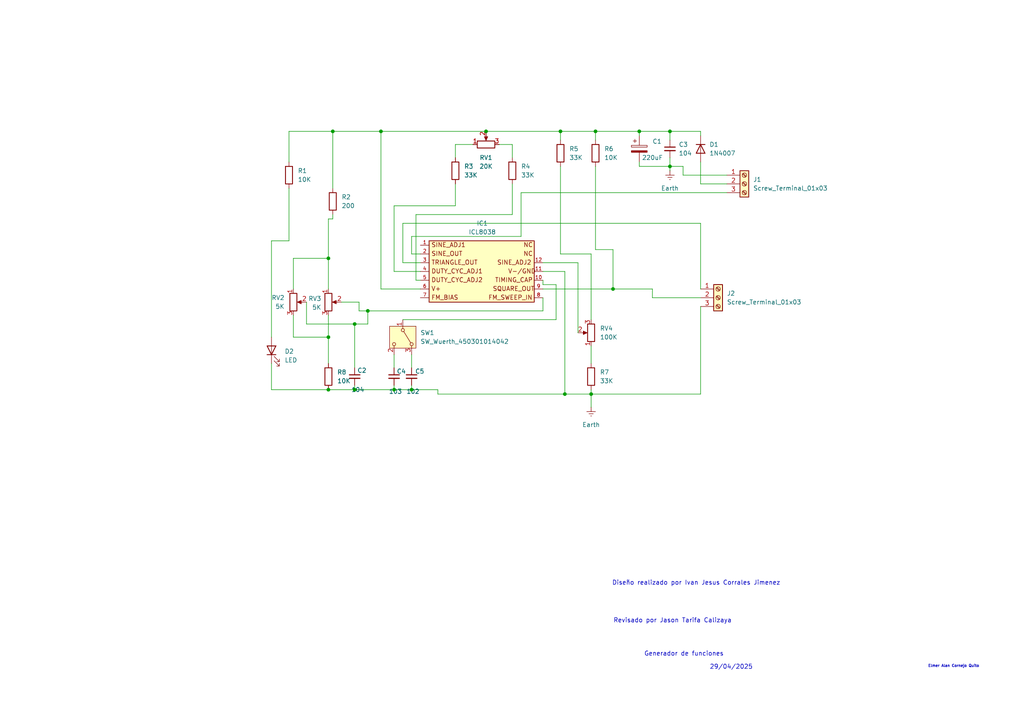
<source format=kicad_sch>
(kicad_sch (version 20250114) (generator "eeschema") (generator_version "9.0")
  (paper "A4")
  (lib_symbols
    (symbol "Connector:Screw_Terminal_01x03" (pin_names (offset 1.016) (hide yes))
      (property "Reference" "J" (at 0 5.08 0))
      (property "Value" "Screw_Terminal_01x03" (at 0 -5.08 0))
      (symbol "Screw_Terminal_01x03_1_1"
        (rectangle (start -1.27 3.81) (end 1.27 -3.81) (stroke (width 0.254)) (fill (type background)))
        (polyline (pts (xy -0.5334 2.8702) (xy 0.3302 2.032)) (stroke (width 0.1524)))
        (polyline (pts (xy -0.5334 0.3302) (xy 0.3302 -0.508)) (stroke (width 0.1524)))
        (polyline (pts (xy -0.5334 -2.2098) (xy 0.3302 -3.048)) (stroke (width 0.1524)))
        (polyline (pts (xy -0.3556 3.048) (xy 0.508 2.2098)) (stroke (width 0.1524)))
        (polyline (pts (xy -0.3556 0.508) (xy 0.508 -0.3302)) (stroke (width 0.1524)))
        (polyline (pts (xy -0.3556 -2.032) (xy 0.508 -2.8702)) (stroke (width 0.1524)))
        (circle (center 0 2.54) (radius 0.635) (stroke (width 0.1524)))
        (circle (center 0 0) (radius 0.635) (stroke (width 0.1524)))
        (circle (center 0 -2.54) (radius 0.635) (stroke (width 0.1524)))
        (pin passive line (at -5.08 2.54 0) (length 3.81) (name "Pin_1") (number "1"))
        (pin passive line (at -5.08 0 0) (length 3.81) (name "Pin_2") (number "2"))
        (pin passive line (at -5.08 -2.54 0) (length 3.81) (name "Pin_3") (number "3"))
      )
    )
    (symbol "Device:C_Polarized" (pin_numbers (hide yes)) (pin_names (offset 0.254))
      (property "Reference" "C" (at 0.635 2.54 0))
      (property "Value" "C_Polarized" (at 0.635 -2.54 0))
      (symbol "C_Polarized_0_1"
        (rectangle (start -2.286 0.508) (end 2.286 1.016))
        (polyline (pts (xy -1.778 2.286) (xy -0.762 2.286)))
        (polyline (pts (xy -1.27 2.794) (xy -1.27 1.778)))
        (rectangle (start 2.286 -0.508) (end -2.286 -1.016) (fill (type outline)))
      )
      (symbol "C_Polarized_1_1"
        (pin passive line (at 0 3.81 270) (length 2.794) (name "~") (number "1"))
        (pin passive line (at 0 -3.81 90) (length 2.794) (name "~") (number "2"))
      )
    )
    (symbol "Device:C_Small" (pin_numbers (hide yes)) (pin_names (offset 0.254) (hide yes))
      (property "Reference" "C" (at 0.254 1.778 0))
      (property "Value" "C_Small" (at 0.254 -2.032 0))
      (symbol "C_Small_0_1"
        (polyline (pts (xy -1.524 0.508) (xy 1.524 0.508)) (stroke (width 0.3048)))
        (polyline (pts (xy -1.524 -0.508) (xy 1.524 -0.508)) (stroke (width 0.3302)))
      )
      (symbol "C_Small_1_1"
        (pin passive line (at 0 2.54 270) (length 2.032) (name "~") (number "1"))
        (pin passive line (at 0 -2.54 90) (length 2.032) (name "~") (number "2"))
      )
    )
    (symbol "Device:LED" (pin_numbers (hide yes)) (pin_names (offset 1.016) (hide yes))
      (property "Reference" "D" (at 0 2.54 0))
      (property "Value" "LED" (at 0 -2.54 0))
      (symbol "LED_0_1"
        (polyline (pts (xy -3.048 -0.762) (xy -4.572 -2.286) (xy -3.81 -2.286) (xy -4.572 -2.286) (xy -4.572 -1.524)))
        (polyline (pts (xy -1.778 -0.762) (xy -3.302 -2.286) (xy -2.54 -2.286) (xy -3.302 -2.286) (xy -3.302 -1.524)))
        (polyline (pts (xy -1.27 0) (xy 1.27 0)))
        (polyline (pts (xy -1.27 -1.27) (xy -1.27 1.27)) (stroke (width 0.254)))
        (polyline (pts (xy 1.27 -1.27) (xy 1.27 1.27) (xy -1.27 0) (xy 1.27 -1.27)) (stroke (width 0.254)))
      )
      (symbol "LED_1_1"
        (pin passive line (at -3.81 0 0) (length 2.54) (name "K") (number "1"))
        (pin passive line (at 3.81 0 180) (length 2.54) (name "A") (number "2"))
      )
    )
    (symbol "Device:R" (pin_numbers (hide yes)) (pin_names (offset 0))
      (property "Reference" "R" (at 2.032 0 90))
      (property "Value" "R" (at 0 0 90))
      (symbol "R_0_1"
        (rectangle (start -1.016 -2.54) (end 1.016 2.54) (stroke (width 0.254)))
      )
      (symbol "R_1_1"
        (pin passive line (at 0 3.81 270) (length 1.27) (name "~") (number "1"))
        (pin passive line (at 0 -3.81 90) (length 1.27) (name "~") (number "2"))
      )
    )
    (symbol "Device:R_Potentiometer" (pin_names (offset 1.016) (hide yes))
      (property "Reference" "RV" (at -4.445 0 90))
      (property "Value" "R_Potentiometer" (at -2.54 0 90))
      (symbol "R_Potentiometer_0_1"
        (rectangle (start 1.016 2.54) (end -1.016 -2.54) (stroke (width 0.254)))
        (polyline (pts (xy 1.143 0) (xy 2.286 0.508) (xy 2.286 -0.508) (xy 1.143 0)) (fill (type outline)))
        (polyline (pts (xy 2.54 0) (xy 1.524 0)))
      )
      (symbol "R_Potentiometer_1_1"
        (pin passive line (at 0 3.81 270) (length 1.27) (name "1") (number "1"))
        (pin passive line (at 0 -3.81 90) (length 1.27) (name "3") (number "3"))
        (pin passive line (at 3.81 0 180) (length 1.27) (name "2") (number "2"))
      )
    )
    (symbol "Diode:1N4007" (pin_numbers (hide yes)) (pin_names (hide yes))
      (property "Reference" "D" (at 0 2.54 0))
      (property "Value" "1N4007" (at 0 -2.54 0))
      (symbol "1N4007_0_1"
        (polyline (pts (xy -1.27 1.27) (xy -1.27 -1.27)) (stroke (width 0.254)))
        (polyline (pts (xy 1.27 1.27) (xy 1.27 -1.27) (xy -1.27 0) (xy 1.27 1.27)) (stroke (width 0.254)))
        (polyline (pts (xy 1.27 0) (xy -1.27 0)))
      )
      (symbol "1N4007_1_1"
        (pin passive line (at -3.81 0 0) (length 2.54) (name "K") (number "1"))
        (pin passive line (at 3.81 0 180) (length 2.54) (name "A") (number "2"))
      )
    )
    (symbol "ICL8038:ICL8038" (pin_names (offset 1.016))
      (property "Reference" "IC" (at -4.453 9.542 0))
      (property "Value" "ICL8038" (at -4.4475 -11.4365 0))
      (symbol "ICL8038_0_0"
        (rectangle (start -15.24 -8.89) (end 15.24 8.89) (stroke (width 0.254)) (fill (type background)))
        (text "V+" (at -14.6323 -5.7257 0) (effects (font (size 1.2724 1.2724)) (justify left bottom)))
        (text "DUTY_CYC_ADJ2" (at -14.6314 -3.1808 0) (effects (font (size 1.2723 1.2723)) (justify left bottom)))
        (text "DUTY_CYC_ADJ1" (at -14.6229 -0.6358 0) (effects (font (size 1.2716 1.2716)) (justify left bottom)))
        (text "FM_BIAS" (at -14.6208 -8.2639 0) (effects (font (size 1.2714 1.2714)) (justify left bottom)))
        (text "TRIANGLE_OUT" (at -14.6187 1.9068 0) (effects (font (size 1.2712 1.2712)) (justify left bottom)))
        (text "SINE_ADJ1" (at -14.6171 6.9908 0) (effects (font (size 1.2711 1.2711)) (justify left bottom)))
        (text "SINE_OUT" (at -14.6051 4.445 0) (effects (font (size 1.27 1.27)) (justify left bottom)))
        (text "FM_SWEEP_IN" (at 1.9063 -8.2608 0) (effects (font (size 1.2709 1.2709)) (justify left bottom)))
        (text "SQUARE_OUT" (at 3.1782 -5.7209 0) (effects (font (size 1.2713 1.2713)) (justify left bottom)))
        (text "TIMING_CAP" (at 3.8167 -3.1806 0) (effects (font (size 1.2722 1.2722)) (justify left bottom)))
        (text "SINE_ADJ2" (at 4.4526 1.9083 0) (effects (font (size 1.2722 1.2722)) (justify left bottom)))
        (text "V-/GND" (at 7.6341 -0.6362 0) (effects (font (size 1.2724 1.2724)) (justify left bottom)))
        (text "NC" (at 12.0748 4.4486 0) (effects (font (size 1.271 1.271)) (justify left bottom)))
        (text "NC" (at 12.0891 6.999 0) (effects (font (size 1.2725 1.2725)) (justify left bottom)))
        (pin passive line (at -17.78 7.62 0) (length 2.54) (name "~") (number "1"))
        (pin passive line (at -17.78 5.08 0) (length 2.54) (name "~") (number "2"))
        (pin passive line (at -17.78 2.54 0) (length 2.54) (name "~") (number "3"))
        (pin passive line (at -17.78 0 0) (length 2.54) (name "~") (number "4"))
        (pin passive line (at -17.78 -2.54 0) (length 2.54) (name "~") (number "5"))
        (pin passive line (at -17.78 -5.08 0) (length 2.54) (name "~") (number "6"))
        (pin passive line (at -17.78 -7.62 0) (length 2.54) (name "~") (number "7"))
        (pin passive line (at 17.78 2.54 180) (length 2.54) (name "~") (number "12"))
        (pin passive line (at 17.78 0 180) (length 2.54) (name "~") (number "11"))
        (pin passive line (at 17.78 -2.54 180) (length 2.54) (name "~") (number "10"))
        (pin passive line (at 17.78 -5.08 180) (length 2.54) (name "~") (number "9"))
        (pin passive line (at 17.78 -7.62 180) (length 2.54) (name "~") (number "8"))
      )
    )
    (symbol "Switch:SW_Wuerth_450301014042" (pin_names (offset 1) (hide yes))
      (property "Reference" "SW" (at 0 5.08 0))
      (property "Value" "SW_Wuerth_450301014042" (at 0 -5.08 0))
      (symbol "SW_Wuerth_450301014042_0_1"
        (circle (center -2.032 0) (radius 0.4572))
        (polyline (pts (xy -1.651 0.254) (xy 1.651 2.286)))
        (circle (center 2.032 2.54) (radius 0.4572))
        (circle (center 2.032 -2.54) (radius 0.4572))
      )
      (symbol "SW_Wuerth_450301014042_1_1"
        (rectangle (start -3.175 3.81) (end 3.175 -3.81) (fill (type background)))
        (pin passive line (at -5.08 0 0) (length 2.54) (name "B") (number "1"))
        (pin passive line (at 5.08 2.54 180) (length 2.54) (name "A") (number "3"))
        (pin passive line (at 5.08 -2.54 180) (length 2.54) (name "C") (number "2"))
      )
    )
    (symbol "power:Earth" (power) (pin_numbers (hide yes)) (pin_names (offset 0) (hide yes))
      (property "Value" "Earth" (at 0 -3.81 0))
      (symbol "Earth_0_1"
        (polyline (pts (xy -0.635 -1.905) (xy 0.635 -1.905)))
        (polyline (pts (xy -0.127 -2.54) (xy 0.127 -2.54)))
        (polyline (pts (xy 0 -1.27) (xy 0 0)))
        (polyline (pts (xy 1.27 -1.27) (xy -1.27 -1.27)))
      )
      (symbol "Earth_1_1"
        (pin power_in line (at 0 0 270) (length 0) (name "~") (number "1"))
      )
    )
  )
  (text "Revisado por Jason Tarifa Calizaya\n\n" (at 195.072 181.102 0) (effects (font (size 1.27 1.27))))
  (text "Diseño realizado por Ivan Jesus Corrales Jimenez\n" (at 201.93 169.164 0) (effects (font (size 1.27 1.27))))
  (text "Elmer Alan Cornejo Quito" (at 276.606 193.294 0) (effects (font (size 0.762 0.762))))
  (text "29/04/2025" (at 212.09 193.548 0) (effects (font (size 1.27 1.27))))
  (text "Generador de funciones\n" (at 198.374 189.738 0) (effects (font (size 1.27 1.27))))
  (junction (at 163.83 114.3))
  (junction (at 110.49 38.1))
  (junction (at 185.42 38.1))
  (junction (at 172.72 38.1))
  (junction (at 171.45 114.3))
  (junction (at 177.8 83.82))
  (junction (at 194.31 48.26))
  (junction (at 96.52 38.1))
  (junction (at 194.31 38.1))
  (junction (at 102.87 93.98))
  (junction (at 162.56 38.1))
  (junction (at 114.3 113.03))
  (junction (at 106.68 90.17))
  (junction (at 95.25 74.93))
  (junction (at 119.38 113.03))
  (junction (at 95.25 97.79))
  (junction (at 95.25 113.03))
  (junction (at 102.87 113.03))
  (junction (at 140.97 38.1))
  (wire (pts (xy 106.68 90.17) (xy 104.14 90.17)))
  (wire (pts (xy 119.38 113.03) (xy 114.3 113.03)))
  (wire (pts (xy 83.82 54.61) (xy 83.82 69.85)))
  (wire (pts (xy 119.38 68.58) (xy 119.38 73.66)))
  (wire (pts (xy 161.29 82.55) (xy 161.29 92.71)))
  (wire (pts (xy 203.2 114.3) (xy 171.45 114.3)))
  (wire (pts (xy 144.78 41.91) (xy 148.59 41.91)))
  (wire (pts (xy 83.82 38.1) (xy 83.82 46.99)))
  (wire (pts (xy 185.42 38.1) (xy 194.31 38.1)))
  (wire (pts (xy 127 113.03) (xy 119.38 113.03)))
  (wire (pts (xy 121.92 78.74) (xy 114.3 78.74)))
  (wire (pts (xy 96.52 38.1) (xy 96.52 54.61)))
  (wire (pts (xy 185.42 48.26) (xy 194.31 48.26)))
  (wire (pts (xy 194.31 45.72) (xy 194.31 48.26)))
  (wire (pts (xy 85.09 74.93) (xy 95.25 74.93)))
  (wire (pts (xy 162.56 73.66) (xy 171.45 73.66)))
  (wire (pts (xy 172.72 72.39) (xy 177.8 72.39)))
  (wire (pts (xy 119.38 73.66) (xy 121.92 73.66)))
  (wire (pts (xy 95.25 91.44) (xy 95.25 97.79)))
  (wire (pts (xy 162.56 38.1) (xy 162.56 40.64)))
  (wire (pts (xy 171.45 113.03) (xy 171.45 114.3)))
  (wire (pts (xy 114.3 102.87) (xy 114.3 106.68)))
  (wire (pts (xy 102.87 113.03) (xy 102.87 111.76)))
  (wire (pts (xy 95.25 74.93) (xy 95.25 63.5)))
  (wire (pts (xy 140.97 38.1) (xy 162.56 38.1)))
  (wire (pts (xy 96.52 63.5) (xy 96.52 62.23)))
  (wire (pts (xy 114.3 111.76) (xy 114.3 113.03)))
  (wire (pts (xy 151.13 55.88) (xy 151.13 68.58)))
  (wire (pts (xy 127 114.3) (xy 127 113.03)))
  (wire (pts (xy 114.3 113.03) (xy 102.87 113.03)))
  (wire (pts (xy 163.83 78.74) (xy 163.83 114.3)))
  (wire (pts (xy 88.9 93.98) (xy 102.87 93.98)))
  (wire (pts (xy 198.12 50.8) (xy 210.82 50.8)))
  (wire (pts (xy 171.45 100.33) (xy 171.45 105.41)))
  (wire (pts (xy 110.49 38.1) (xy 96.52 38.1)))
  (wire (pts (xy 116.84 92.71) (xy 161.29 92.71)))
  (wire (pts (xy 162.56 38.1) (xy 172.72 38.1)))
  (wire (pts (xy 85.09 97.79) (xy 85.09 91.44)))
  (wire (pts (xy 210.82 55.88) (xy 151.13 55.88)))
  (wire (pts (xy 83.82 69.85) (xy 78.74 69.85)))
  (wire (pts (xy 95.25 97.79) (xy 85.09 97.79)))
  (wire (pts (xy 132.08 45.72) (xy 132.08 41.91)))
  (wire (pts (xy 203.2 83.82) (xy 203.2 64.77)))
  (wire (pts (xy 177.8 72.39) (xy 177.8 83.82)))
  (wire (pts (xy 104.14 87.63) (xy 99.06 87.63)))
  (wire (pts (xy 203.2 53.34) (xy 203.2 46.99)))
  (wire (pts (xy 189.23 86.36) (xy 203.2 86.36)))
  (wire (pts (xy 85.09 83.82) (xy 85.09 74.93)))
  (wire (pts (xy 110.49 83.82) (xy 110.49 38.1)))
  (wire (pts (xy 116.84 64.77) (xy 116.84 76.2)))
  (wire (pts (xy 151.13 68.58) (xy 119.38 68.58)))
  (wire (pts (xy 194.31 38.1) (xy 194.31 40.64)))
  (wire (pts (xy 88.9 87.63) (xy 88.9 93.98)))
  (wire (pts (xy 163.83 114.3) (xy 127 114.3)))
  (wire (pts (xy 157.48 76.2) (xy 167.64 76.2)))
  (wire (pts (xy 132.08 59.69) (xy 132.08 53.34)))
  (wire (pts (xy 210.82 53.34) (xy 203.2 53.34)))
  (wire (pts (xy 114.3 78.74) (xy 114.3 59.69)))
  (wire (pts (xy 148.59 62.23) (xy 148.59 53.34)))
  (wire (pts (xy 78.74 105.41) (xy 78.74 113.03)))
  (wire (pts (xy 102.87 93.98) (xy 106.68 93.98)))
  (wire (pts (xy 157.48 81.28) (xy 157.48 82.55)))
  (wire (pts (xy 140.97 38.1) (xy 110.49 38.1)))
  (wire (pts (xy 121.92 81.28) (xy 120.65 81.28)))
  (wire (pts (xy 162.56 48.26) (xy 162.56 73.66)))
  (wire (pts (xy 95.25 97.79) (xy 95.25 105.41)))
  (wire (pts (xy 95.25 113.03) (xy 102.87 113.03)))
  (wire (pts (xy 121.92 83.82) (xy 110.49 83.82)))
  (wire (pts (xy 172.72 48.26) (xy 172.72 72.39)))
  (wire (pts (xy 172.72 38.1) (xy 185.42 38.1)))
  (wire (pts (xy 102.87 93.98) (xy 102.87 106.68)))
  (wire (pts (xy 194.31 48.26) (xy 198.12 48.26)))
  (wire (pts (xy 185.42 38.1) (xy 185.42 39.37)))
  (wire (pts (xy 157.48 83.82) (xy 177.8 83.82)))
  (wire (pts (xy 132.08 41.91) (xy 137.16 41.91)))
  (wire (pts (xy 116.84 76.2) (xy 121.92 76.2)))
  (wire (pts (xy 194.31 48.26) (xy 194.31 49.53)))
  (wire (pts (xy 95.25 83.82) (xy 95.25 74.93)))
  (wire (pts (xy 198.12 48.26) (xy 198.12 50.8)))
  (wire (pts (xy 78.74 113.03) (xy 95.25 113.03)))
  (wire (pts (xy 95.25 63.5) (xy 96.52 63.5)))
  (wire (pts (xy 171.45 114.3) (xy 171.45 118.11)))
  (wire (pts (xy 120.65 81.28) (xy 120.65 62.23)))
  (wire (pts (xy 203.2 88.9) (xy 203.2 114.3)))
  (wire (pts (xy 177.8 83.82) (xy 189.23 83.82)))
  (wire (pts (xy 171.45 114.3) (xy 163.83 114.3)))
  (wire (pts (xy 172.72 38.1) (xy 172.72 40.64)))
  (wire (pts (xy 194.31 38.1) (xy 203.2 38.1)))
  (wire (pts (xy 120.65 62.23) (xy 148.59 62.23)))
  (wire (pts (xy 104.14 90.17) (xy 104.14 87.63)))
  (wire (pts (xy 157.48 82.55) (xy 161.29 82.55)))
  (wire (pts (xy 106.68 93.98) (xy 106.68 90.17)))
  (wire (pts (xy 114.3 59.69) (xy 132.08 59.69)))
  (wire (pts (xy 189.23 83.82) (xy 189.23 86.36)))
  (wire (pts (xy 157.48 90.17) (xy 106.68 90.17)))
  (wire (pts (xy 96.52 38.1) (xy 83.82 38.1)))
  (wire (pts (xy 157.48 86.36) (xy 157.48 90.17)))
  (wire (pts (xy 185.42 46.99) (xy 185.42 48.26)))
  (wire (pts (xy 157.48 78.74) (xy 163.83 78.74)))
  (wire (pts (xy 78.74 69.85) (xy 78.74 97.79)))
  (wire (pts (xy 203.2 38.1) (xy 203.2 39.37)))
  (wire (pts (xy 171.45 73.66) (xy 171.45 92.71)))
  (wire (pts (xy 203.2 64.77) (xy 116.84 64.77)))
  (wire (pts (xy 119.38 111.76) (xy 119.38 113.03)))
  (wire (pts (xy 148.59 41.91) (xy 148.59 45.72)))
  (wire (pts (xy 119.38 102.87) (xy 119.38 106.68)))
  (wire (pts (xy 167.64 96.52) (xy 167.64 76.2)))
  (symbol (lib_id "power:Earth") (at 194.31 49.53 0) (unit 1)
    (property "Reference" "#PWR01" (effects (hide yes)))
    (property "Value" "Earth" (at 194.31 54.61 0))
    (property "Description" "Power symbol creates a global label with name \"Earth\"" (effects (hide yes)))
  )
  (symbol (lib_id "Device:R") (at 171.45 109.22 0) (unit 1)
    (property "Reference" "R7" (at 173.99 107.9499 0) (effects (justify left)))
    (property "Value" "33K" (at 173.99 110.4899 0) (effects (justify left)))
    (property "Footprint" "Resistor_THT:R_Axial_DIN0207_L6.3mm_D2.5mm_P7.62mm_Horizontal" (effects (hide yes)))
    (property "Description" "Resistor" (effects (hide yes)))
  )
  (symbol (lib_id "Device:R") (at 148.59 49.53 0) (unit 1)
    (property "Reference" "R4" (at 151.13 48.2599 0) (effects (justify left)))
    (property "Value" "33K" (at 151.13 50.7999 0) (effects (justify left)))
    (property "Footprint" "Resistor_THT:R_Axial_DIN0207_L6.3mm_D2.5mm_P7.62mm_Horizontal" (effects (hide yes)))
    (property "Description" "Resistor" (effects (hide yes)))
  )
  (symbol (lib_id "Device:R") (at 96.52 58.42 0) (unit 1)
    (property "Reference" "R2" (at 99.06 57.1499 0) (effects (justify left)))
    (property "Value" "200" (at 99.06 59.6899 0) (effects (justify left)))
    (property "Footprint" "Resistor_THT:R_Axial_DIN0207_L6.3mm_D2.5mm_P7.62mm_Horizontal" (effects (hide yes)))
    (property "Description" "Resistor" (effects (hide yes)))
  )
  (symbol (lib_id "Device:C_Polarized") (at 185.42 43.18 0) (unit 1)
    (property "Reference" "C1" (at 189.23 41.0209 0) (effects (justify left)))
    (property "Value" "220uF" (at 186.182 45.72 0) (effects (justify left)))
    (property "Footprint" "Capacitor_THT:CP_Radial_D10.0mm_P3.50mm" (effects (hide yes)))
    (property "Description" "Polarized capacitor" (effects (hide yes)))
  )
  (symbol (lib_id "Device:R") (at 132.08 49.53 0) (unit 1)
    (property "Reference" "R3" (at 134.62 48.2599 0) (effects (justify left)))
    (property "Value" "33K" (at 134.62 50.7999 0) (effects (justify left)))
    (property "Footprint" "Resistor_THT:R_Axial_DIN0207_L6.3mm_D2.5mm_P7.62mm_Horizontal" (effects (hide yes)))
    (property "Description" "Resistor" (effects (hide yes)))
  )
  (symbol (lib_id "Connector:Screw_Terminal_01x03") (at 208.28 86.36 0) (unit 1)
    (property "Reference" "J2" (at 210.82 85.0899 0) (effects (justify left)))
    (property "Value" "Screw_Terminal_01x03" (at 210.82 87.6299 0) (effects (justify left)))
    (property "Footprint" "TerminalBlock_Phoenix:TerminalBlock_Phoenix_MKDS-3-3-5.08_1x03_P5.08mm_Horizontal" (effects (hide yes)))
    (property "Description" "Generic screw terminal, single row, 01x03, script generated (kicad-library-utils/schlib/autogen/connector/)" (effects (hide yes)))
  )
  (symbol (lib_id "Device:R_Potentiometer") (at 95.25 87.63 0) (unit 1)
    (property "Reference" "RV3" (at 93.218 86.614 0) (effects (justify right)))
    (property "Value" "5K" (at 93.218 89.154 0) (effects (justify right)))
    (property "Footprint" "Potentiometer_THT:Potentiometer_Bourns_3339P_Vertical_HandSoldering" (effects (hide yes)))
    (property "Description" "Potentiometer" (effects (hide yes)))
  )
  (symbol (lib_id "Diode:1N4007") (at 203.2 43.18 270) (unit 1)
    (property "Reference" "D1" (at 205.74 41.9099 90) (effects (justify left)))
    (property "Value" "1N4007" (at 205.74 44.4499 90) (effects (justify left)))
    (property "Footprint" "Diode_THT:D_DO-41_SOD81_P10.16mm_Horizontal" (effects (hide yes)))
    (property "Datasheet" "http://www.vishay.com/docs/88503/1n4001.pdf" (effects (hide yes)))
    (property "Description" "1000V 1A General Purpose Rectifier Diode, DO-41" (effects (hide yes)))
    (property "Sim.Device" "D" (effects (hide yes)))
    (property "Sim.Pins" "1=K 2=A" (effects (hide yes)))
  )
  (symbol (lib_id "Device:C_Small") (at 114.3 109.22 0) (unit 1)
    (property "Reference" "C4" (at 115.062 107.696 0) (effects (justify left)))
    (property "Value" "103" (at 112.776 113.538 0) (effects (justify left)))
    (property "Footprint" "Capacitor_THT:C_Disc_D7.0mm_W2.5mm_P5.00mm" (effects (hide yes)))
    (property "Description" "Unpolarized capacitor, small symbol" (effects (hide yes)))
  )
  (symbol (lib_id "Device:C_Small") (at 119.38 109.22 0) (unit 1)
    (property "Reference" "C5" (at 120.396 107.696 0) (effects (justify left)))
    (property "Value" "102" (at 117.856 113.538 0) (effects (justify left)))
    (property "Footprint" "Capacitor_THT:C_Disc_D7.0mm_W2.5mm_P5.00mm" (effects (hide yes)))
    (property "Description" "Unpolarized capacitor, small symbol" (effects (hide yes)))
  )
  (symbol (lib_id "power:Earth") (at 171.45 118.11 0) (unit 1)
    (property "Reference" "#PWR02" (effects (hide yes)))
    (property "Value" "Earth" (at 171.45 123.19 0))
    (property "Description" "Power symbol creates a global label with name \"Earth\"" (effects (hide yes)))
  )
  (symbol (lib_id "Device:R") (at 162.56 44.45 0) (unit 1)
    (property "Reference" "R5" (at 165.1 43.1799 0) (effects (justify left)))
    (property "Value" "33K" (at 165.1 45.7199 0) (effects (justify left)))
    (property "Footprint" "Resistor_THT:R_Axial_DIN0207_L6.3mm_D2.5mm_P7.62mm_Horizontal" (effects (hide yes)))
    (property "Description" "Resistor" (effects (hide yes)))
  )
  (symbol (lib_id "Device:LED") (at 78.74 101.6 90) (unit 1)
    (property "Reference" "D2" (at 82.55 101.9174 90) (effects (justify right)))
    (property "Value" "LED" (at 82.55 104.4574 90) (effects (justify right)))
    (property "Footprint" "LED_THT:LED_D3.0mm" (effects (hide yes)))
    (property "Description" "Light emitting diode" (effects (hide yes)))
    (property "Sim.Pins" "1=K 2=A" (effects (hide yes)))
  )
  (symbol (lib_id "Device:R") (at 83.82 50.8 0) (unit 1)
    (property "Reference" "R1" (at 86.36 49.5299 0) (effects (justify left)))
    (property "Value" "10K" (at 86.36 52.0699 0) (effects (justify left)))
    (property "Footprint" "Resistor_THT:R_Axial_DIN0207_L6.3mm_D2.5mm_P7.62mm_Horizontal" (effects (hide yes)))
    (property "Description" "Resistor" (effects (hide yes)))
  )
  (symbol (lib_id "Connector:Screw_Terminal_01x03") (at 215.9 53.34 0) (unit 1)
    (property "Reference" "J1" (at 218.44 52.0699 0) (effects (justify left)))
    (property "Value" "Screw_Terminal_01x03" (at 218.44 54.6099 0) (effects (justify left)))
    (property "Footprint" "TerminalBlock_Phoenix:TerminalBlock_Phoenix_MKDS-3-3-5.08_1x03_P5.08mm_Horizontal" (effects (hide yes)))
    (property "Description" "Generic screw terminal, single row, 01x03, script generated (kicad-library-utils/schlib/autogen/connector/)" (effects (hide yes)))
  )
  (symbol (lib_id "Device:R") (at 95.25 109.22 0) (unit 1)
    (property "Reference" "R8" (at 97.79 107.9499 0) (effects (justify left)))
    (property "Value" "10K" (at 97.79 110.4899 0) (effects (justify left)))
    (property "Footprint" "Resistor_THT:R_Axial_DIN0207_L6.3mm_D2.5mm_P7.62mm_Horizontal" (effects (hide yes)))
    (property "Description" "Resistor" (effects (hide yes)))
  )
  (symbol (lib_id "Switch:SW_Wuerth_450301014042") (at 116.84 97.79 270) (unit 1)
    (property "Reference" "SW1" (at 121.92 96.5199 90) (effects (justify left)))
    (property "Value" "SW_Wuerth_450301014042" (at 121.92 99.0599 90) (effects (justify left)))
    (property "Footprint" "Button_Switch_THT:SW_Slide-03_Wuerth-WS-SLTV_10x2.5x6.4_P2.54mm" (effects (hide yes)))
    (property "Datasheet" "https://www.we-online.com/components/products/datasheet/450301014042.pdf" (effects (hide yes)))
    (property "Description" "Switch slide, single pole double throw" (effects (hide yes)))
  )
  (symbol (lib_id "Device:R_Potentiometer") (at 171.45 96.52 180) (unit 1)
    (property "Reference" "RV4" (at 173.99 95.2499 0) (effects (justify right)))
    (property "Value" "100K" (at 173.99 97.7899 0) (effects (justify right)))
    (property "Footprint" "Potentiometer_THT:Potentiometer_Bourns_3339P_Vertical_HandSoldering" (effects (hide yes)))
    (property "Description" "Potentiometer" (effects (hide yes)))
  )
  (symbol (lib_id "Device:R") (at 172.72 44.45 0) (unit 1)
    (property "Reference" "R6" (at 175.26 43.1799 0) (effects (justify left)))
    (property "Value" "10K" (at 175.26 45.7199 0) (effects (justify left)))
    (property "Footprint" "Resistor_THT:R_Axial_DIN0207_L6.3mm_D2.5mm_P7.62mm_Horizontal" (effects (hide yes)))
    (property "Description" "Resistor" (effects (hide yes)))
  )
  (symbol (lib_id "Device:R_Potentiometer") (at 85.09 87.63 0) (unit 1)
    (property "Reference" "RV2" (at 82.55 86.3599 0) (effects (justify right)))
    (property "Value" "5K" (at 82.55 88.8999 0) (effects (justify right)))
    (property "Footprint" "Potentiometer_THT:Potentiometer_Bourns_3386W_Horizontal" (effects (hide yes)))
    (property "Description" "Potentiometer" (effects (hide yes)))
  )
  (symbol (lib_id "Device:C_Small") (at 102.87 109.22 0) (unit 1)
    (property "Reference" "C2" (at 103.632 107.442 0) (effects (justify left)))
    (property "Value" "104" (at 101.854 113.03 0) (effects (justify left)))
    (property "Footprint" "Capacitor_THT:C_Disc_D5.0mm_W2.5mm_P2.50mm" (effects (hide yes)))
    (property "Description" "Unpolarized capacitor, small symbol" (effects (hide yes)))
  )
  (symbol (lib_id "ICL8038:ICL8038") (at 139.7 78.74 0) (unit 1)
    (property "Reference" "IC1" (at 139.8834 64.77 0))
    (property "Value" "ICL8038" (at 139.8834 67.31 0))
    (property "Footprint" "ICL8038:ICL8038" (effects (hide yes)))
    (property "MF" "Renesas Electronics America Inc." (effects (hide yes)))
    (property "Description_1" "IC OSCILL GEN/VOLT CONTROL 14DIP" (effects (hide yes)))
    (property "Package" "None" (effects (hide yes)))
    (property "Price" "None" (effects (hide yes)))
    (property "SnapEDA_Link" "https://www.snapeda.com/parts/ICL8038/Renesas/view-part/?ref=snap" (effects (hide yes)))
    (property "MP" "ICL8038" (effects (hide yes)))
    (property "Availability" "Not in stock" (effects (hide yes)))
    (property "Check_prices" "https://www.snapeda.com/parts/ICL8038/Renesas/view-part/?ref=eda" (effects (hide yes)))
  )
  (symbol (lib_id "Device:R_Potentiometer") (at 140.97 41.91 90) (unit 1)
    (property "Reference" "RV1" (at 140.97 45.72 90))
    (property "Value" "20K" (at 140.97 48.26 90))
    (property "Footprint" "Potentiometer_THT:Potentiometer_Bourns_3339P_Vertical_HandSoldering" (effects (hide yes)))
    (property "Description" "Potentiometer" (effects (hide yes)))
  )
  (symbol (lib_id "Device:C_Small") (at 194.31 43.18 0) (unit 1)
    (property "Reference" "C3" (at 196.85 41.9162 0) (effects (justify left)))
    (property "Value" "104" (at 196.85 44.4562 0) (effects (justify left)))
    (property "Footprint" "Capacitor_THT:C_Disc_D6.0mm_W2.5mm_P5.00mm" (effects (hide yes)))
    (property "Description" "Unpolarized capacitor, small symbol" (effects (hide yes)))
  )
)
</source>
